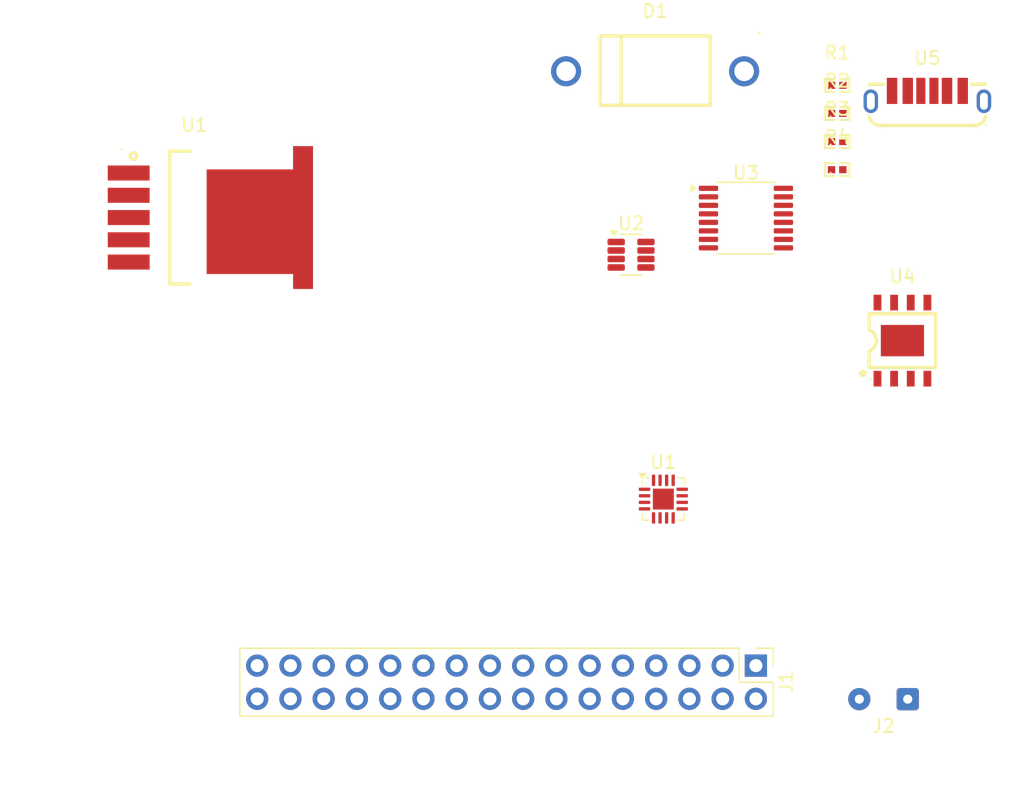
<source format=kicad_pcb>
(kicad_pcb (version 20240108) (generator "pcbnew") (generator_version "8.0")
  (layers (0 "F.Cu" signal) (31 "B.Cu" signal) (34 "B.Paste" user) (35 "F.Paste" user) (36 "B.SilkS" user "B.Silkscreen") (37 "F.SilkS" user "F.Silkscreen") (38 "B.Mask" user) (39 "F.Mask" user) (44 "Edge.Cuts" user))
  (net 0 "")
  (net 6 "9V_ext")
  (net 18 "/I2C1_SCL")
  (net 27 "/I2C1_SDA")
  (net 32 "GND")
  (net 33 "+3.3V")
  (net 34 "Net-(J2-Pin_1)")
  (net 35 "Net-(C1-Pad1)")
  (net 36 "Net-(D2-K)")
  (net 37 "Net-(U1-ILIM)")
  (net 39 "Net-(D1-K)")
  (net 40 "Net-(U1-ISET)")
  (net 41 "Net-(U1-ITERM)")
  (net 43 "/Bat+")
  (net 46 "4.4V")
  (net 47 "Net-(U2-IN-)")
  (net 64 "Net-(U4-PROG)")
  (net 65 "Buck_22")
  (net 66 "Net-(U4-VCC)")
  (net 67 "Net-(D4-K)")
  (net 68 "Net-(U4-STDBY#)")
  (net 69 "Net-(D3-K)")
  (net 70 "Net-(U4-CHRG#)")
  (net 71 "/Charge")
  (footprint "xxcustom_footprint:TO-263-5_L10.2-W8.9-P1.70-TL" (layer "F.Cu") (at 126.492253 83.682499)
    (property "Reference" "U1" (at 0 -7.079985 0) (layer "F.SilkS"))
    (property "Value" "LM2596SX-5_0/NOPB")
    (fp_line (start -1.862941 -5.079985) (end -0.326238 -5.079985) (stroke (width 0.254001)) (layer "F.SilkS"))
    (fp_line (start -1.862941 5.080036) (end -1.862941 -5.079985) (stroke (width 0.254001)) (layer "F.SilkS"))
    (fp_line (start -0.326238 5.080036) (end -1.862941 5.080036) (stroke (width 0.254001)) (layer "F.SilkS"))
    (fp_circle (center -5.542672 -5.20701) (end -5.5127 -5.20701) (stroke (width 0.059995)) (fill none) (layer "F.SilkS"))
    (fp_circle (center -4.644272 -4.699009) (end -4.517272 -4.699009) (stroke (width 0.254001)) (fill none) (layer "F.SilkS"))
    (pad "1" smd rect (at -5.007747 -3.403607) (size 3.2 1.150013) (layers "F.Cu" "F.Paste" "F.Mask"))
    (pad "2" smd rect (at -5.007747 -1.701803) (size 3.2 1.150013) (layers "F.Cu" "F.Paste" "F.Mask"))
    (pad "3" smd rect (at -5.007747 0) (size 3.2 1.150013) (layers "F.Cu" "F.Paste" "F.Mask"))
    (pad "4" smd rect (at -5.007747 1.701803) (size 3.2 1.150013) (layers "F.Cu" "F.Paste" "F.Mask"))
    (pad "5" smd rect (at -5.007747 3.403607) (size 3.2 1.150013) (layers "F.Cu" "F.Paste" "F.Mask"))
    (pad "6" smd custom (at 5.007747 0.317501) (size 0.1 0.1) (layers "F.Cu" "F.Paste" "F.Mask") (options (clearance outline) (anchor circle)) (primitives (gr_poly (pts (xy -4.064008 -4.000508) (xy 2.540005 -4.000508) (xy 2.540005 -5.778512) (xy 4.064008 -5.778512) (xy 4.064008 5.14351) (xy 2.540005 5.14351) (xy 2.540005 4) (xy -4.064008 4)) (width 0) (fill yes))))
  )
  (footprint "Package_DFN_QFN:VQFN-16-1EP_3x3mm_P0.5mm_EP1.6x1.6mm" (layer "F.Cu") (at 162.33 105.205)
    (property "Reference" "U1" (at 0 -2.83 0) (layer "F.SilkS"))
    (property "Value" "BQ24074RGT")
    (fp_line (start -1.61 -1.135) (end -1.61 -1.37) (stroke (width 0.12)) (layer "F.SilkS"))
    (fp_line (start -1.61 1.61) (end -1.61 1.135) (stroke (width 0.12)) (layer "F.SilkS"))
    (fp_line (start -1.135 -1.61) (end -1.31 -1.61) (stroke (width 0.12)) (layer "F.SilkS"))
    (fp_line (start -1.135 1.61) (end -1.61 1.61) (stroke (width 0.12)) (layer "F.SilkS"))
    (fp_line (start 1.135 -1.61) (end 1.61 -1.61) (stroke (width 0.12)) (layer "F.SilkS"))
    (fp_line (start 1.135 1.61) (end 1.61 1.61) (stroke (width 0.12)) (layer "F.SilkS"))
    (fp_line (start 1.61 -1.61) (end 1.61 -1.135) (stroke (width 0.12)) (layer "F.SilkS"))
    (fp_line (start 1.61 1.61) (end 1.61 1.135) (stroke (width 0.12)) (layer "F.SilkS"))
    (fp_poly (pts (xy -1.61 -1.61) (xy -1.85 -1.94) (xy -1.37 -1.94) (xy -1.61 -1.61)) (stroke (width 0.12)) (fill solid) (layer "F.SilkS"))
    (pad "1" smd roundrect (at -1.4375 -0.75) (size 0.875 0.25) (layers "F.Cu" "F.Paste" "F.Mask"))
    (pad "2" smd roundrect (at -1.4375 -0.25) (size 0.875 0.25) (layers "F.Cu" "F.Paste" "F.Mask") (net 43 "/Bat+"))
    (pad "3" smd roundrect (at -1.4375 0.25) (size 0.875 0.25) (layers "F.Cu" "F.Paste" "F.Mask") (net 43 "/Bat+"))
    (pad "4" smd roundrect (at -1.4375 0.75) (size 0.875 0.25) (layers "F.Cu" "F.Paste" "F.Mask") (net 32 "GND"))
    (pad "5" smd roundrect (at -0.75 1.4375) (size 0.25 0.875) (layers "F.Cu" "F.Paste" "F.Mask") (net 46 "4.4V"))
    (pad "6" smd roundrect (at -0.25 1.4375) (size 0.25 0.875) (layers "F.Cu" "F.Paste" "F.Mask") (net 32 "GND"))
    (pad "7" smd roundrect (at 0.25 1.4375) (size 0.25 0.875) (layers "F.Cu" "F.Paste" "F.Mask") (net 39 "Net-(D1-K)"))
    (pad "8" smd roundrect (at 0.75 1.4375) (size 0.25 0.875) (layers "F.Cu" "F.Paste" "F.Mask") (net 32 "GND"))
    (pad "9" smd roundrect (at 1.4375 0.75) (size 0.875 0.25) (layers "F.Cu" "F.Paste" "F.Mask") (net 36 "Net-(D2-K)"))
    (pad "10" smd roundrect (at 1.4375 0.25) (size 0.875 0.25) (layers "F.Cu" "F.Paste" "F.Mask") (net 35 "Net-(C1-Pad1)"))
    (pad "11" smd roundrect (at 1.4375 -0.25) (size 0.875 0.25) (layers "F.Cu" "F.Paste" "F.Mask") (net 35 "Net-(C1-Pad1)"))
    (pad "12" smd roundrect (at 1.4375 -0.75) (size 0.875 0.25) (layers "F.Cu" "F.Paste" "F.Mask") (net 37 "Net-(U1-ILIM)"))
    (pad "13" smd roundrect (at 0.75 -1.4375) (size 0.25 0.875) (layers "F.Cu" "F.Paste" "F.Mask") (net 6 "9V_ext"))
    (pad "14" smd roundrect (at 0.25 -1.4375) (size 0.25 0.875) (layers "F.Cu" "F.Paste" "F.Mask") (net 32 "GND"))
    (pad "15" smd roundrect (at -0.25 -1.4375) (size 0.25 0.875) (layers "F.Cu" "F.Paste" "F.Mask") (net 41 "Net-(U1-ITERM)"))
    (pad "16" smd roundrect (at -0.75 -1.4375) (size 0.25 0.875) (layers "F.Cu" "F.Paste" "F.Mask") (net 40 "Net-(U1-ISET)"))
    (pad "17" smd rect (at 0 0) (size 1.6 1.6) (property pad_prop_heatsink) (layers "F.Cu" "F.Mask") (net 32 "GND"))
  )
  (footprint "xxcustom_footprint:DO-27_BD5.3-L8.4-P12.40-D1.3-RD" (layer "F.Cu") (at 161.699898 72.5)
    (property "Reference" "D1" (at 0 -4.6 0) (layer "F.SilkS"))
    (property "Value" "1N5824_C7503125")
    (fp_line (start -4.199898 -2.700025) (end -4.199898 2.599949) (stroke (width 0.254)) (layer "F.SilkS"))
    (fp_line (start -4.199898 2.599949) (end 4.200152 2.599949) (stroke (width 0.254)) (layer "F.SilkS"))
    (fp_line (start -2.6 -2.6) (end -2.6 2.6) (stroke (width 0.254)) (layer "F.SilkS"))
    (fp_line (start 4.200152 -2.700025) (end -4.199898 -2.700025) (stroke (width 0.254)) (layer "F.SilkS"))
    (fp_line (start 4.200152 2.599949) (end 4.200152 -2.700025) (stroke (width 0.254)) (layer "F.SilkS"))
    (fp_circle (center 7.950216 -2.927102) (end 7.980188 -2.927102) (stroke (width 0.059995)) (fill none) (layer "F.SilkS"))
    (pad "1" thru_hole circle (at -6.800102 0 180) (size 2.3 2.3) (drill 1.500025) (layers "*.Cu" "*.Mask" "In1.Cu" "In2.Cu" "In3.Cu" "In4.Cu" "In5.Cu" "In6.Cu" "In7.Cu" "In8.Cu" "In9.Cu" "In10.Cu" "In11.Cu" "In12.Cu" "In13.Cu" "In14.Cu" "In15.Cu" "In16.Cu" "In17.Cu" "In18.Cu" "In19.Cu" "In20.Cu" "In21.Cu" "In22.Cu" "In23.Cu" "In24.Cu" "In25.Cu" "In26.Cu" "In27.Cu" "In28.Cu" "In29.Cu" "In30.Cu"))
    (pad "2" thru_hole circle (at 6.800102 0 180) (size 2.3 2.3) (drill 1.500025) (layers "*.Cu" "*.Mask" "In1.Cu" "In2.Cu" "In3.Cu" "In4.Cu" "In5.Cu" "In6.Cu" "In7.Cu" "In8.Cu" "In9.Cu" "In10.Cu" "In11.Cu" "In12.Cu" "In13.Cu" "In14.Cu" "In15.Cu" "In16.Cu" "In17.Cu" "In18.Cu" "In19.Cu" "In20.Cu" "In21.Cu" "In22.Cu" "In23.Cu" "In24.Cu" "In25.Cu" "In26.Cu" "In27.Cu" "In28.Cu" "In29.Cu" "In30.Cu"))
  )
  (footprint "xxcustom_footprint:R0402" (layer "F.Cu") (at 175.610279 73.574803)
    (property "Reference" "R1" (at 0 -2.498603 0) (layer "F.SilkS"))
    (property "Value" "2k")
    (fp_line (start -0.944247 -0.498603) (end -0.226213 -0.498603) (stroke (width 0.1524)) (layer "F.SilkS"))
    (fp_line (start -0.944247 0.498603) (end -0.944247 -0.498603) (stroke (width 0.1524)) (layer "F.SilkS"))
    (fp_line (start -0.226213 0.498603) (end -0.944247 0.498603) (stroke (width 0.1524)) (layer "F.SilkS"))
    (fp_line (start 0.226213 0.498603) (end 0.944247 0.498603) (stroke (width 0.1524)) (layer "F.SilkS"))
    (fp_line (start 0.944247 -0.498603) (end 0.226213 -0.498603) (stroke (width 0.1524)) (layer "F.SilkS"))
    (fp_line (start 0.944247 0.498603) (end 0.944247 -0.498603) (stroke (width 0.1524)) (layer "F.SilkS"))
    (fp_circle (center -0.499873 0.249936) (end -0.469901 0.249936) (stroke (width 0.059995)) (fill none) (layer "F.SilkS"))
    (pad "1" smd rect (at -0.432817 0) (size 0.565659 0.540005) (layers "F.Cu" "F.Paste" "F.Mask") (net 32 "GND"))
    (pad "2" smd rect (at 0.432817 0) (size 0.565659 0.540005) (layers "F.Cu" "F.Paste" "F.Mask") (net 64 "Net-(U4-PROG)"))
  )
  (footprint "xxcustom_footprint:R0402" (layer "F.Cu") (at 175.610279 75.724409)
    (property "Reference" "R2" (at 0 -2.498603 0) (layer "F.SilkS"))
    (property "Value" "2k")
    (fp_line (start -0.944247 -0.498603) (end -0.226213 -0.498603) (stroke (width 0.1524)) (layer "F.SilkS"))
    (fp_line (start -0.944247 0.498603) (end -0.944247 -0.498603) (stroke (width 0.1524)) (layer "F.SilkS"))
    (fp_line (start -0.226213 0.498603) (end -0.944247 0.498603) (stroke (width 0.1524)) (layer "F.SilkS"))
    (fp_line (start 0.226213 0.498603) (end 0.944247 0.498603) (stroke (width 0.1524)) (layer "F.SilkS"))
    (fp_line (start 0.944247 -0.498603) (end 0.226213 -0.498603) (stroke (width 0.1524)) (layer "F.SilkS"))
    (fp_line (start 0.944247 0.498603) (end 0.944247 -0.498603) (stroke (width 0.1524)) (layer "F.SilkS"))
    (fp_circle (center -0.499873 0.249936) (end -0.469901 0.249936) (stroke (width 0.059995)) (fill none) (layer "F.SilkS"))
    (pad "1" smd rect (at -0.432817 0) (size 0.565659 0.540005) (layers "F.Cu" "F.Paste" "F.Mask") (net 65 "Buck_22"))
    (pad "2" smd rect (at 0.432817 0) (size 0.565659 0.540005) (layers "F.Cu" "F.Paste" "F.Mask") (net 66 "Net-(U4-VCC)"))
  )
  (footprint "xxcustom_footprint:USB-TYPE-C-SMD_TYPE-C-6P-LTH6.5" (layer "F.Cu") (at 182.499873 74.396266)
    (property "Reference" "U5" (at 0.000013 -2.903759 0) (layer "F.SilkS"))
    (property "Value" "TYPE-C_6P_LTH6_5")
    (fp_line (start -4.449987 -0.903759) (end -3.33114 -0.903759) (stroke (width 0.254)) (layer "F.SilkS"))
    (fp_line (start -3.61966 2.24605) (end 3.620371 2.24605) (stroke (width 0.254)) (layer "F.SilkS"))
    (fp_line (start 3.33114 -0.903759) (end 4.450013 -0.903759) (stroke (width 0.254)) (layer "F.SilkS"))
    (fp_arc (start -3.61966 2.24605) (mid -4.181061 2.034177) (end -4.462636 1.504293) (stroke (width 0.254)) (layer "F.SilkS"))
    (fp_arc (start 4.463348 1.504267) (mid 4.18178 2.034168) (end 3.620371 2.246051) (stroke (width 0.254)) (layer "F.SilkS"))
    (fp_circle (center 4.470053 2.24605) (end 4.500051 2.24605) (stroke (width 0.059995)) (fill none) (layer "F.SilkS"))
    (pad "1" thru_hole oval (at -4.320041 0.396241) (size 1.1 1.8) (drill oval 0.6 1.3) (layers "*.Cu" "*.Mask" "In1.Cu" "In2.Cu" "In3.Cu" "In4.Cu" "In5.Cu" "In6.Cu" "In7.Cu" "In8.Cu" "In9.Cu" "In10.Cu" "In11.Cu" "In12.Cu" "In13.Cu" "In14.Cu" "In15.Cu" "In16.Cu" "In17.Cu" "In18.Cu" "In19.Cu" "In20.Cu" "In21.Cu" "In22.Cu" "In23.Cu" "In24.Cu" "In25.Cu" "In26.Cu" "In27.Cu" "In28.Cu" "In29.Cu" "In30.Cu"))
    (pad "1" thru_hole oval (at 4.320041 0.396241) (size 1.1 1.8) (drill oval 0.6 1.3) (layers "*.Cu" "*.Mask" "In1.Cu" "In2.Cu" "In3.Cu" "In4.Cu" "In5.Cu" "In6.Cu" "In7.Cu" "In8.Cu" "In9.Cu" "In10.Cu" "In11.Cu" "In12.Cu" "In13.Cu" "In14.Cu" "In15.Cu" "In16.Cu" "In17.Cu" "In18.Cu" "In19.Cu" "In20.Cu" "In21.Cu" "In22.Cu" "In23.Cu" "In24.Cu" "In25.Cu" "In26.Cu" "In27.Cu" "In28.Cu" "In29.Cu" "In30.Cu"))
    (pad "A5" smd rect (at -0.499873 -0.396266) (size 0.7 2) (layers "F.Cu" "F.Paste" "F.Mask"))
    (pad "A9" smd rect (at 1.5 -0.396266) (size 0.8 2) (layers "F.Cu" "F.Paste" "F.Mask"))
    (pad "A12" smd rect (at 2.7 -0.396266) (size 0.8 2) (layers "F.Cu" "F.Paste" "F.Mask"))
    (pad "B5" smd rect (at 0.500127 -0.396266) (size 0.7 2) (layers "F.Cu" "F.Paste" "F.Mask"))
    (pad "B9" smd rect (at -1.5 -0.396266) (size 0.8 2) (layers "F.Cu" "F.Paste" "F.Mask"))
    (pad "B12" smd rect (at -2.7 -0.396266) (size 0.8 2) (layers "F.Cu" "F.Paste" "F.Mask"))
  )
  (footprint "xxcustom_footprint:R0402" (layer "F.Cu") (at 175.610279 77.874015)
    (property "Reference" "R3" (at 0 -2.498603 0) (layer "F.SilkS"))
    (property "Value" "1k")
    (fp_line (start -0.944247 -0.498603) (end -0.226213 -0.498603) (stroke (width 0.1524)) (layer "F.SilkS"))
    (fp_line (start -0.944247 0.498603) (end -0.944247 -0.498603) (stroke (width 0.1524)) (layer "F.SilkS"))
    (fp_line (start -0.226213 0.498603) (end -0.944247 0.498603) (stroke (width 0.1524)) (layer "F.SilkS"))
    (fp_line (start 0.226213 0.498603) (end 0.944247 0.498603) (stroke (width 0.1524)) (layer "F.SilkS"))
    (fp_line (start 0.944247 -0.498603) (end 0.226213 -0.498603) (stroke (width 0.1524)) (layer "F.SilkS"))
    (fp_line (start 0.944247 0.498603) (end 0.944247 -0.498603) (stroke (width 0.1524)) (layer "F.SilkS"))
    (fp_circle (center -0.499873 0.249936) (end -0.469901 0.249936) (stroke (width 0.059995)) (fill none) (layer "F.SilkS"))
    (pad "1" smd rect (at -0.432817 0) (size 0.565659 0.540005) (layers "F.Cu" "F.Paste" "F.Mask") (net 68 "Net-(U4-STDBY#)"))
    (pad "2" smd rect (at 0.432817 0) (size 0.565659 0.540005) (layers "F.Cu" "F.Paste" "F.Mask") (net 67 "Net-(D4-K)"))
  )
  (footprint "Connector_PinHeader_2.54mm:PinHeader_2x16_P2.54mm_Vertical" (layer "F.Cu") (at 169.4 117.935 -90)
    (property "Reference" "J1" (at 1.27 -2.33 -90) (layer "F.SilkS"))
    (property "Value" "Conn_02x16_Odd_Even")
    (fp_line (start -1.33 39.43) (end 3.87 39.43) (stroke (width 0.12)) (layer "F.SilkS"))
    (fp_line (start -1.33 1.27) (end -1.33 39.43) (stroke (width 0.12)) (layer "F.SilkS"))
    (fp_line (start -1.33 1.27) (end 1.27 1.27) (stroke (width 0.12)) (layer "F.SilkS"))
    (fp_line (start 1.27 1.27) (end 1.27 -1.33) (stroke (width 0.12)) (layer "F.SilkS"))
    (fp_line (start -1.33 0) (end -1.33 -1.33) (stroke (width 0.12)) (layer "F.SilkS"))
    (fp_line (start -1.33 -1.33) (end 0 -1.33) (stroke (width 0.12)) (layer "F.SilkS"))
    (fp_line (start 1.27 -1.33) (end 3.87 -1.33) (stroke (width 0.12)) (layer "F.SilkS"))
    (fp_line (start 3.87 -1.33) (end 3.87 39.43) (stroke (width 0.12)) (layer "F.SilkS"))
    (pad "1" thru_hole rect (at 0 0 270) (size 1.7 1.7) (drill 1) (layers "*.Cu" "*.Mask" "In1.Cu" "In2.Cu" "In3.Cu" "In4.Cu" "In5.Cu" "In6.Cu" "In7.Cu" "In8.Cu" "In9.Cu" "In10.Cu" "In11.Cu" "In12.Cu" "In13.Cu" "In14.Cu" "In15.Cu" "In16.Cu" "In17.Cu" "In18.Cu" "In19.Cu" "In20.Cu" "In21.Cu" "In22.Cu" "In23.Cu" "In24.Cu" "In25.Cu" "In26.Cu" "In27.Cu" "In28.Cu" "In29.Cu" "In30.Cu"))
    (pad "2" thru_hole oval (at 2.54 0 270) (size 1.7 1.7) (drill 1) (layers "*.Cu" "*.Mask" "In1.Cu" "In2.Cu" "In3.Cu" "In4.Cu" "In5.Cu" "In6.Cu" "In7.Cu" "In8.Cu" "In9.Cu" "In10.Cu" "In11.Cu" "In12.Cu" "In13.Cu" "In14.Cu" "In15.Cu" "In16.Cu" "In17.Cu" "In18.Cu" "In19.Cu" "In20.Cu" "In21.Cu" "In22.Cu" "In23.Cu" "In24.Cu" "In25.Cu" "In26.Cu" "In27.Cu" "In28.Cu" "In29.Cu" "In30.Cu"))
    (pad "3" thru_hole oval (at 0 2.54 270) (size 1.7 1.7) (drill 1) (layers "*.Cu" "*.Mask" "In1.Cu" "In2.Cu" "In3.Cu" "In4.Cu" "In5.Cu" "In6.Cu" "In7.Cu" "In8.Cu" "In9.Cu" "In10.Cu" "In11.Cu" "In12.Cu" "In13.Cu" "In14.Cu" "In15.Cu" "In16.Cu" "In17.Cu" "In18.Cu" "In19.Cu" "In20.Cu" "In21.Cu" "In22.Cu" "In23.Cu" "In24.Cu" "In25.Cu" "In26.Cu" "In27.Cu" "In28.Cu" "In29.Cu" "In30.Cu"))
    (pad "4" thru_hole oval (at 2.54 2.54 270) (size 1.7 1.7) (drill 1) (layers "*.Cu" "*.Mask" "In1.Cu" "In2.Cu" "In3.Cu" "In4.Cu" "In5.Cu" "In6.Cu" "In7.Cu" "In8.Cu" "In9.Cu" "In10.Cu" "In11.Cu" "In12.Cu" "In13.Cu" "In14.Cu" "In15.Cu" "In16.Cu" "In17.Cu" "In18.Cu" "In19.Cu" "In20.Cu" "In21.Cu" "In22.Cu" "In23.Cu" "In24.Cu" "In25.Cu" "In26.Cu" "In27.Cu" "In28.Cu" "In29.Cu" "In30.Cu"))
    (pad "5" thru_hole oval (at 0 5.08 270) (size 1.7 1.7) (drill 1) (layers "*.Cu" "*.Mask" "In1.Cu" "In2.Cu" "In3.Cu" "In4.Cu" "In5.Cu" "In6.Cu" "In7.Cu" "In8.Cu" "In9.Cu" "In10.Cu" "In11.Cu" "In12.Cu" "In13.Cu" "In14.Cu" "In15.Cu" "In16.Cu" "In17.Cu" "In18.Cu" "In19.Cu" "In20.Cu" "In21.Cu" "In22.Cu" "In23.Cu" "In24.Cu" "In25.Cu" "In26.Cu" "In27.Cu" "In28.Cu" "In29.Cu" "In30.Cu"))
    (pad "6" thru_hole oval (at 2.54 5.08 270) (size 1.7 1.7) (drill 1) (layers "*.Cu" "*.Mask" "In1.Cu" "In2.Cu" "In3.Cu" "In4.Cu" "In5.Cu" "In6.Cu" "In7.Cu" "In8.Cu" "In9.Cu" "In10.Cu" "In11.Cu" "In12.Cu" "In13.Cu" "In14.Cu" "In15.Cu" "In16.Cu" "In17.Cu" "In18.Cu" "In19.Cu" "In20.Cu" "In21.Cu" "In22.Cu" "In23.Cu" "In24.Cu" "In25.Cu" "In26.Cu" "In27.Cu" "In28.Cu" "In29.Cu" "In30.Cu"))
    (pad "7" thru_hole oval (at 0 7.62 270) (size 1.7 1.7) (drill 1) (layers "*.Cu" "*.Mask" "In1.Cu" "In2.Cu" "In3.Cu" "In4.Cu" "In5.Cu" "In6.Cu" "In7.Cu" "In8.Cu" "In9.Cu" "In10.Cu" "In11.Cu" "In12.Cu" "In13.Cu" "In14.Cu" "In15.Cu" "In16.Cu" "In17.Cu" "In18.Cu" "In19.Cu" "In20.Cu" "In21.Cu" "In22.Cu" "In23.Cu" "In24.Cu" "In25.Cu" "In26.Cu" "In27.Cu" "In28.Cu" "In29.Cu" "In30.Cu"))
    (pad "8" thru_hole oval (at 2.54 7.62 270) (size 1.7 1.7) (drill 1) (layers "*.Cu" "*.Mask" "In1.Cu" "In2.Cu" "In3.Cu" "In4.Cu" "In5.Cu" "In6.Cu" "In7.Cu" "In8.Cu" "In9.Cu" "In10.Cu" "In11.Cu" "In12.Cu" "In13.Cu" "In14.Cu" "In15.Cu" "In16.Cu" "In17.Cu" "In18.Cu" "In19.Cu" "In20.Cu" "In21.Cu" "In22.Cu" "In23.Cu" "In24.Cu" "In25.Cu" "In26.Cu" "In27.Cu" "In28.Cu" "In29.Cu" "In30.Cu"))
    (pad "9" thru_hole oval (at 0 10.16 270) (size 1.7 1.7) (drill 1) (layers "*.Cu" "*.Mask" "In1.Cu" "In2.Cu" "In3.Cu" "In4.Cu" "In5.Cu" "In6.Cu" "In7.Cu" "In8.Cu" "In9.Cu" "In10.Cu" "In11.Cu" "In12.Cu" "In13.Cu" "In14.Cu" "In15.Cu" "In16.Cu" "In17.Cu" "In18.Cu" "In19.Cu" "In20.Cu" "In21.Cu" "In22.Cu" "In23.Cu" "In24.Cu" "In25.Cu" "In26.Cu" "In27.Cu" "In28.Cu" "In29.Cu" "In30.Cu"))
    (pad "10" thru_hole oval (at 2.54 10.16 270) (size 1.7 1.7) (drill 1) (layers "*.Cu" "*.Mask" "In1.Cu" "In2.Cu" "In3.Cu" "In4.Cu" "In5.Cu" "In6.Cu" "In7.Cu" "In8.Cu" "In9.Cu" "In10.Cu" "In11.Cu" "In12.Cu" "In13.Cu" "In14.Cu" "In15.Cu" "In16.Cu" "In17.Cu" "In18.Cu" "In19.Cu" "In20.Cu" "In21.Cu" "In22.Cu" "In23.Cu" "In24.Cu" "In25.Cu" "In26.Cu" "In27.Cu" "In28.Cu" "In29.Cu" "In30.Cu"))
    (pad "11" thru_hole oval (at 0 12.7 270) (size 1.7 1.7) (drill 1) (layers "*.Cu" "*.Mask" "In1.Cu" "In2.Cu" "In3.Cu" "In4.Cu" "In5.Cu" "In6.Cu" "In7.Cu" "In8.Cu" "In9.Cu" "In10.Cu" "In11.Cu" "In12.Cu" "In13.Cu" "In14.Cu" "In15.Cu" "In16.Cu" "In17.Cu" "In18.Cu" "In19.Cu" "In20.Cu" "In21.Cu" "In22.Cu" "In23.Cu" "In24.Cu" "In25.Cu" "In26.Cu" "In27.Cu" "In28.Cu" "In29.Cu" "In30.Cu"))
    (pad "12" thru_hole oval (at 2.54 12.7 270) (size 1.7 1.7) (drill 1) (layers "*.Cu" "*.Mask" "In1.Cu" "In2.Cu" "In3.Cu" "In4.Cu" "In5.Cu" "In6.Cu" "In7.Cu" "In8.Cu" "In9.Cu" "In10.Cu" "In11.Cu" "In12.Cu" "In13.Cu" "In14.Cu" "In15.Cu" "In16.Cu" "In17.Cu" "In18.Cu" "In19.Cu" "In20.Cu" "In21.Cu" "In22.Cu" "In23.Cu" "In24.Cu" "In25.Cu" "In26.Cu" "In27.Cu" "In28.Cu" "In29.Cu" "In30.Cu"))
    (pad "13" thru_hole oval (at 0 15.24 270) (size 1.7 1.7) (drill 1) (layers "*.Cu" "*.Mask" "In1.Cu" "In2.Cu" "In3.Cu" "In4.Cu" "In5.Cu" "In6.Cu" "In7.Cu" "In8.Cu" "In9.Cu" "In10.Cu" "In11.Cu" "In12.Cu" "In13.Cu" "In14.Cu" "In15.Cu" "In16.Cu" "In17.Cu" "In18.Cu" "In19.Cu" "In20.Cu" "In21.Cu" "In22.Cu" "In23.Cu" "In24.Cu" "In25.Cu" "In26.Cu" "In27.Cu" "In28.Cu" "In29.Cu" "In30.Cu"))
    (pad "14" thru_hole oval (at 2.54 15.24 270) (size 1.7 1.7) (drill 1) (layers "*.Cu" "*.Mask" "In1.Cu" "In2.Cu" "In3.Cu" "In4.Cu" "In5.Cu" "In6.Cu" "In7.Cu" "In8.Cu" "In9.Cu" "In10.Cu" "In11.Cu" "In12.Cu" "In13.Cu" "In14.Cu" "In15.Cu" "In16.Cu" "In17.Cu" "In18.Cu" "In19.Cu" "In20.Cu" "In21.Cu" "In22.Cu" "In23.Cu" "In24.Cu" "In25.Cu" "In26.Cu" "In27.Cu" "In28.Cu" "In29.Cu" "In30.Cu"))
    (pad "15" thru_hole oval (at 0 17.78 270) (size 1.7 1.7) (drill 1) (layers "*.Cu" "*.Mask" "In1.Cu" "In2.Cu" "In3.Cu" "In4.Cu" "In5.Cu" "In6.Cu" "In7.Cu" "In8.Cu" "In9.Cu" "In10.Cu" "In11.Cu" "In12.Cu" "In13.Cu" "In14.Cu" "In15.Cu" "In16.Cu" "In17.Cu" "In18.Cu" "In19.Cu" "In20.Cu" "In21.Cu" "In22.Cu" "In23.Cu" "In24.Cu" "In25.Cu" "In26.Cu" "In27.Cu" "In28.Cu" "In29.Cu" "In30.Cu"))
    (pad "16" thru_hole oval (at 2.54 17.78 270) (size 1.7 1.7) (drill 1) (layers "*.Cu" "*.Mask" "In1.Cu" "In2.Cu" "In3.Cu" "In4.Cu" "In5.Cu" "In6.Cu" "In7.Cu" "In8.Cu" "In9.Cu" "In10.Cu" "In11.Cu" "In12.Cu" "In13.Cu" "In14.Cu" "In15.Cu" "In16.Cu" "In17.Cu" "In18.Cu" "In19.Cu" "In20.Cu" "In21.Cu" "In22.Cu" "In23.Cu" "In24.Cu" "In25.Cu" "In26.Cu" "In27.Cu" "In28.Cu" "In29.Cu" "In30.Cu") (net 18 "/I2C1_SCL"))
    (pad "17" thru_hole oval (at 0 20.32 270) (size 1.7 1.7) (drill 1) (layers "*.Cu" "*.Mask" "In1.Cu" "In2.Cu" "In3.Cu" "In4.Cu" "In5.Cu" "In6.Cu" "In7.Cu" "In8.Cu" "In9.Cu" "In10.Cu" "In11.Cu" "In12.Cu" "In13.Cu" "In14.Cu" "In15.Cu" "In16.Cu" "In17.Cu" "In18.Cu" "In19.Cu" "In20.Cu" "In21.Cu" "In22.Cu" "In23.Cu" "In24.Cu" "In25.Cu" "In26.Cu" "In27.Cu" "In28.Cu" "In29.Cu" "In30.Cu") (net 27 "/I2C1_SDA"))
    (pad "18" thru_hole oval (at 2.54 20.32 270) (size 1.7 1.7) (drill 1) (layers "*.Cu" "*.Mask" "In1.Cu" "In2.Cu" "In3.Cu" "In4.Cu" "In5.Cu" "In6.Cu" "In7.Cu" "In8.Cu" "In9.Cu" "In10.Cu" "In11.Cu" "In12.Cu" "In13.Cu" "In14.Cu" "In15.Cu" "In16.Cu" "In17.Cu" "In18.Cu" "In19.Cu" "In20.Cu" "In21.Cu" "In22.Cu" "In23.Cu" "In24.Cu" "In25.Cu" "In26.Cu" "In27.Cu" "In28.Cu" "In29.Cu" "In30.Cu"))
    (pad "19" thru_hole oval (at 0 22.86 270) (size 1.7 1.7) (drill 1) (layers "*.Cu" "*.Mask" "In1.Cu" "In2.Cu" "In3.Cu" "In4.Cu" "In5.Cu" "In6.Cu" "In7.Cu" "In8.Cu" "In9.Cu" "In10.Cu" "In11.Cu" "In12.Cu" "In13.Cu" "In14.Cu" "In15.Cu" "In16.Cu" "In17.Cu" "In18.Cu" "In19.Cu" "In20.Cu" "In21.Cu" "In22.Cu" "In23.Cu" "In24.Cu" "In25.Cu" "In26.Cu" "In27.Cu" "In28.Cu" "In29.Cu" "In30.Cu"))
    (pad "20" thru_hole oval (at 2.54 22.86 270) (size 1.7 1.7) (drill 1) (layers "*.Cu" "*.Mask" "In1.Cu" "In2.Cu" "In3.Cu" "In4.Cu" "In5.Cu" "In6.Cu" "In7.Cu" "In8.Cu" "In9.Cu" "In10.Cu" "In11.Cu" "In12.Cu" "In13.Cu" "In14.Cu" "In15.Cu" "In16.Cu" "In17.Cu" "In18.Cu" "In19.Cu" "In20.Cu" "In21.Cu" "In22.Cu" "In23.Cu" "In24.Cu" "In25.Cu" "In26.Cu" "In27.Cu" "In28.Cu" "In29.Cu" "In30.Cu"))
    (pad "21" thru_hole oval (at 0 25.4 270) (size 1.7 1.7) (drill 1) (layers "*.Cu" "*.Mask" "In1.Cu" "In2.Cu" "In3.Cu" "In4.Cu" "In5.Cu" "In6.Cu" "In7.Cu" "In8.Cu" "In9.Cu" "In10.Cu" "In11.Cu" "In12.Cu" "In13.Cu" "In14.Cu" "In15.Cu" "In16.Cu" "In17.Cu" "In18.Cu" "In19.Cu" "In20.Cu" "In21.Cu" "In22.Cu" "In23.Cu" "In24.Cu" "In25.Cu" "In26.Cu" "In27.Cu" "In28.Cu" "In29.Cu" "In30.Cu"))
    (pad "22" thru_hole oval (at 2.54 25.4 270) (size 1.7 1.7) (drill 1) (layers "*.Cu" "*.Mask" "In1.Cu" "In2.Cu" "In3.Cu" "In4.Cu" "In5.Cu" "In6.Cu" "In7.Cu" "In8.Cu" "In9.Cu" "In10.Cu" "In11.Cu" "In12.Cu" "In13.Cu" "In14.Cu" "In15.Cu" "In16.Cu" "In17.Cu" "In18.Cu" "In19.Cu" "In20.Cu" "In21.Cu" "In22.Cu" "In23.Cu" "In24.Cu" "In25.Cu" "In26.Cu" "In27.Cu" "In28.Cu" "In29.Cu" "In30.Cu") (net 6 "9V_ext"))
    (pad "23" thru_hole oval (at 0 27.94 270) (size 1.7 1.7) (drill 1) (layers "*.Cu" "*.Mask" "In1.Cu" "In2.Cu" "In3.Cu" "In4.Cu" "In5.Cu" "In6.Cu" "In7.Cu" "In8.Cu" "In9.Cu" "In10.Cu" "In11.Cu" "In12.Cu" "In13.Cu" "In14.Cu" "In15.Cu" "In16.Cu" "In17.Cu" "In18.Cu" "In19.Cu" "In20.Cu" "In21.Cu" "In22.Cu" "In23.Cu" "In24.Cu" "In25.Cu" "In26.Cu" "In27.Cu" "In28.Cu" "In29.Cu" "In30.Cu"))
    (pad "24" thru_hole oval (at 2.54 27.94 270) (size 1.7 1.7) (drill 1) (layers "*.Cu" "*.Mask" "In1.Cu" "In2.Cu" "In3.Cu" "In4.Cu" "In5.Cu" "In6.Cu" "In7.Cu" "In8.Cu" "In9.Cu" "In10.Cu" "In11.Cu" "In12.Cu" "In13.Cu" "In14.Cu" "In15.Cu" "In16.Cu" "In17.Cu" "In18.Cu" "In19.Cu" "In20.Cu" "In21.Cu" "In22.Cu" "In23.Cu" "In24.Cu" "In25.Cu" "In26.Cu" "In27.Cu" "In28.Cu" "In29.Cu" "In30.Cu"))
    (pad "25" thru_hole oval (at 0 30.48 270) (size 1.7 1.7) (drill 1) (layers "*.Cu" "*.Mask" "In1.Cu" "In2.Cu" "In3.Cu" "In4.Cu" "In5.Cu" "In6.Cu" "In7.Cu" "In8.Cu" "In9.Cu" "In10.Cu" "In11.Cu" "In12.Cu" "In13.Cu" "In14.Cu" "In15.Cu" "In16.Cu" "In17.Cu" "In18.Cu" "In19.Cu" "In20.Cu" "In21.Cu" "In22.Cu" "In23.Cu" "In24.Cu" "In25.Cu" "In26.Cu" "In27.Cu" "In28.Cu" "In29.Cu" "In30.Cu"))
    (pad "26" thru_hole oval (at 2.54 30.48 270) (size 1.7 1.7) (drill 1) (layers "*.Cu" "*.Mask" "In1.Cu" "In2.Cu" "In3.Cu" "In4.Cu" "In5.Cu" "In6.Cu" "In7.Cu" "In8.Cu" "In9.Cu" "In10.Cu" "In11.Cu" "In12.Cu" "In13.Cu" "In14.Cu" "In15.Cu" "In16.Cu" "In17.Cu" "In18.Cu" "In19.Cu" "In20.Cu" "In21.Cu" "In22.Cu" "In23.Cu" "In24.Cu" "In25.Cu" "In26.Cu" "In27.Cu" "In28.Cu" "In29.Cu" "In30.Cu"))
    (pad "27" thru_hole oval (at 0 33.02 270) (size 1.7 1.7) (drill 1) (layers "*.Cu" "*.Mask" "In1.Cu" "In2.Cu" "In3.Cu" "In4.Cu" "In5.Cu" "In6.Cu" "In7.Cu" "In8.Cu" "In9.Cu" "In10.Cu" "In11.Cu" "In12.Cu" "In13.Cu" "In14.Cu" "In15.Cu" "In16.Cu" "In17.Cu" "In18.Cu" "In19.Cu" "In20.Cu" "In21.Cu" "In22.Cu" "In23.Cu" "In24.Cu" "In25.Cu" "In26.Cu" "In27.Cu" "In28.Cu" "In29.Cu" "In30.Cu"))
    (pad "28" thru_hole oval (at 2.54 33.02 270) (size 1.7 1.7) (drill 1) (layers "*.Cu" "*.Mask" "In1.Cu" "In2.Cu" "In3.Cu" "In4.Cu" "In5.Cu" "In6.Cu" "In7.Cu" "In8.Cu" "In9.Cu" "In10.Cu" "In11.Cu" "In12.Cu" "In13.Cu" "In14.Cu" "In15.Cu" "In16.Cu" "In17.Cu" "In18.Cu" "In19.Cu" "In20.Cu" "In21.Cu" "In22.Cu" "In23.Cu" "In24.Cu" "In25.Cu" "In26.Cu" "In27.Cu" "In28.Cu" "In29.Cu" "In30.Cu"))
    (pad "29" thru_hole oval (at 0 35.56 270) (size 1.7 1.7) (drill 1) (layers "*.Cu" "*.Mask" "In1.Cu" "In2.Cu" "In3.Cu" "In4.Cu" "In5.Cu" "In6.Cu" "In7.Cu" "In8.Cu" "In9.Cu" "In10.Cu" "In11.Cu" "In12.Cu" "In13.Cu" "In14.Cu" "In15.Cu" "In16.Cu" "In17.Cu" "In18.Cu" "In19.Cu" "In20.Cu" "In21.Cu" "In22.Cu" "In23.Cu" "In24.Cu" "In25.Cu" "In26.Cu" "In27.Cu" "In28.Cu" "In29.Cu" "In30.Cu"))
    (pad "30" thru_hole oval (at 2.54 35.56 270) (size 1.7 1.7) (drill 1) (layers "*.Cu" "*.Mask" "In1.Cu" "In2.Cu" "In3.Cu" "In4.Cu" "In5.Cu" "In6.Cu" "In7.Cu" "In8.Cu" "In9.Cu" "In10.Cu" "In11.Cu" "In12.Cu" "In13.Cu" "In14.Cu" "In15.Cu" "In16.Cu" "In17.Cu" "In18.Cu" "In19.Cu" "In20.Cu" "In21.Cu" "In22.Cu" "In23.Cu" "In24.Cu" "In25.Cu" "In26.Cu" "In27.Cu" "In28.Cu" "In29.Cu" "In30.Cu"))
    (pad "31" thru_hole oval (at 0 38.1 270) (size 1.7 1.7) (drill 1) (layers "*.Cu" "*.Mask" "In1.Cu" "In2.Cu" "In3.Cu" "In4.Cu" "In5.Cu" "In6.Cu" "In7.Cu" "In8.Cu" "In9.Cu" "In10.Cu" "In11.Cu" "In12.Cu" "In13.Cu" "In14.Cu" "In15.Cu" "In16.Cu" "In17.Cu" "In18.Cu" "In19.Cu" "In20.Cu" "In21.Cu" "In22.Cu" "In23.Cu" "In24.Cu" "In25.Cu" "In26.Cu" "In27.Cu" "In28.Cu" "In29.Cu" "In30.Cu"))
    (pad "32" thru_hole oval (at 2.54 38.1 270) (size 1.7 1.7) (drill 1) (layers "*.Cu" "*.Mask" "In1.Cu" "In2.Cu" "In3.Cu" "In4.Cu" "In5.Cu" "In6.Cu" "In7.Cu" "In8.Cu" "In9.Cu" "In10.Cu" "In11.Cu" "In12.Cu" "In13.Cu" "In14.Cu" "In15.Cu" "In16.Cu" "In17.Cu" "In18.Cu" "In19.Cu" "In20.Cu" "In21.Cu" "In22.Cu" "In23.Cu" "In24.Cu" "In25.Cu" "In26.Cu" "In27.Cu" "In28.Cu" "In29.Cu" "In30.Cu"))
  )
  (footprint "Package_TO_SOT_SMD:SOT-23-8" (layer "F.Cu") (at 159.8625 86.525)
    (property "Reference" "U2" (at 0 -2.4 0) (layer "F.SilkS"))
    (property "Value" "INA219AxDCN")
    (fp_line (start 0 -1.56) (end -0.8 -1.56) (stroke (width 0.12)) (layer "F.SilkS"))
    (fp_line (start 0 -1.56) (end 0.8 -1.56) (stroke (width 0.12)) (layer "F.SilkS"))
    (fp_line (start 0 1.56) (end -0.8 1.56) (stroke (width 0.12)) (layer "F.SilkS"))
    (fp_line (start 0 1.56) (end 0.8 1.56) (stroke (width 0.12)) (layer "F.SilkS"))
    (fp_poly (pts (xy -1.3 -1.485) (xy -1.54 -1.815) (xy -1.06 -1.815) (xy -1.3 -1.485)) (stroke (width 0.12)) (fill solid) (layer "F.SilkS"))
    (pad "1" smd roundrect (at -1.1375 -0.975) (size 1.325 0.5) (layers "F.Cu" "F.Paste" "F.Mask") (net 43 "/Bat+"))
    (pad "2" smd roundrect (at -1.1375 -0.325) (size 1.325 0.5) (layers "F.Cu" "F.Paste" "F.Mask") (net 47 "Net-(U2-IN-)"))
    (pad "3" smd roundrect (at -1.1375 0.325) (size 1.325 0.5) (layers "F.Cu" "F.Paste" "F.Mask") (net 32 "GND"))
    (pad "4" smd roundrect (at -1.1375 0.975) (size 1.325 0.5) (layers "F.Cu" "F.Paste" "F.Mask") (net 33 "+3.3V"))
    (pad "5" smd roundrect (at 1.1375 0.975) (size 1.325 0.5) (layers "F.Cu" "F.Paste" "F.Mask") (net 18 "/I2C1_SCL"))
    (pad "6" smd roundrect (at 1.1375 0.325) (size 1.325 0.5) (layers "F.Cu" "F.Paste" "F.Mask") (net 27 "/I2C1_SDA"))
    (pad "7" smd roundrect (at 1.1375 -0.325) (size 1.325 0.5) (layers "F.Cu" "F.Paste" "F.Mask"))
    (pad "8" smd roundrect (at 1.1375 -0.975) (size 1.325 0.5) (layers "F.Cu" "F.Paste" "F.Mask"))
  )
  (footprint "xxcustom_footprint:ESOP-8_L4.9-W3.9-P1.27-LS6.0-BL-EP" (layer "F.Cu") (at 180.594996 93.091694)
    (property "Reference" "U4" (at 0 -4.908306 0) (layer "F.SilkS"))
    (property "Value" "TP4056_C382139")
    (fp_line (start -2.549911 -2.050038) (end 2.550165 -2.050038) (stroke (width 0.254)) (layer "F.SilkS"))
    (fp_line (start -2.549911 -0.800102) (end -2.549911 -2.050038) (stroke (width 0.254)) (layer "F.SilkS"))
    (fp_line (start -2.549911 0.800102) (end -2.549911 2.050038) (stroke (width 0.254)) (layer "F.SilkS"))
    (fp_line (start 2.549911 -2.050038) (end 2.549911 2.050038) (stroke (width 0.254)) (layer "F.SilkS"))
    (fp_line (start 2.549911 2.050038) (end -2.550165 2.050038) (stroke (width 0.254)) (layer "F.SilkS"))
    (fp_arc (start -2.499873 -0.800102) (mid -1.991417 0) (end -2.499873 0.800102) (stroke (width 0.254)) (layer "F.SilkS"))
    (fp_circle (center -3.029972 2.500127) (end -2.859792 2.500127) (stroke (width 0.254)) (fill none) (layer "F.SilkS"))
    (fp_circle (center -2.454153 2.949962) (end -2.424181 2.949962) (stroke (width 0.059995)) (fill none) (layer "F.SilkS"))
    (pad "1" smd rect (at -1.905004 2.908306) (size 0.6 1.2) (layers "F.Cu" "F.Paste" "F.Mask") (net 32 "GND"))
    (pad "2" smd rect (at -0.635001 2.908306) (size 0.6 1.2) (layers "F.Cu" "F.Paste" "F.Mask") (net 64 "Net-(U4-PROG)"))
    (pad "3" smd rect (at 0.635001 2.908306) (size 0.6 1.2) (layers "F.Cu" "F.Paste" "F.Mask") (net 32 "GND"))
    (pad "4" smd rect (at 1.905004 2.908306) (size 0.6 1.2) (layers "F.Cu" "F.Paste" "F.Mask") (net 66 "Net-(U4-VCC)"))
    (pad "5" smd rect (at 1.905004 -2.908306) (size 0.6 1.2) (layers "F.Cu" "F.Paste" "F.Mask") (net 71 "/Charge"))
    (pad "6" smd rect (at 0.635001 -2.908306) (size 0.6 1.2) (layers "F.Cu" "F.Paste" "F.Mask") (net 68 "Net-(U4-STDBY#)"))
    (pad "7" smd rect (at -0.635001 -2.908306) (size 0.6 1.2) (layers "F.Cu" "F.Paste" "F.Mask") (net 70 "Net-(U4-CHRG#)"))
    (pad "8" smd rect (at -1.905004 -2.908306) (size 0.6 1.2) (layers "F.Cu" "F.Paste" "F.Mask") (net 65 "Buck_22"))
    (pad "9" smd rect (at 0 0 180) (size 3.3 2.4) (layers "F.Cu" "F.Paste" "F.Mask"))
  )
  (footprint "Connector_Wire:SolderWire-0.127sqmm_1x02_P3.7mm_D0.48mm_OD1mm" (layer "F.Cu") (at 181 120.5 180)
    (property "Reference" "J2" (at 1.85 -2.05 0) (layer "F.SilkS"))
    (property "Value" "Battery input")
    (pad "1" thru_hole roundrect (at 0 0 180) (size 1.7 1.7) (drill 0.7) (layers "*.Cu" "*.Mask" "In1.Cu" "In2.Cu" "In3.Cu" "In4.Cu" "In5.Cu" "In6.Cu" "In7.Cu" "In8.Cu" "In9.Cu" "In10.Cu" "In11.Cu" "In12.Cu" "In13.Cu" "In14.Cu" "In15.Cu" "In16.Cu" "In17.Cu" "In18.Cu" "In19.Cu" "In20.Cu" "In21.Cu" "In22.Cu" "In23.Cu" "In24.Cu" "In25.Cu" "In26.Cu" "In27.Cu" "In28.Cu" "In29.Cu" "In30.Cu") (roundrect_rratio 0.147059) (net 34 "Net-(J2-Pin_1)"))
    (pad "2" thru_hole circle (at 3.7 0 180) (size 1.7 1.7) (drill 0.7) (layers "*.Cu" "*.Mask" "In1.Cu" "In2.Cu" "In3.Cu" "In4.Cu" "In5.Cu" "In6.Cu" "In7.Cu" "In8.Cu" "In9.Cu" "In10.Cu" "In11.Cu" "In12.Cu" "In13.Cu" "In14.Cu" "In15.Cu" "In16.Cu" "In17.Cu" "In18.Cu" "In19.Cu" "In20.Cu" "In21.Cu" "In22.Cu" "In23.Cu" "In24.Cu" "In25.Cu" "In26.Cu" "In27.Cu" "In28.Cu" "In29.Cu" "In30.Cu") (net 32 "GND"))
  )
  (footprint "xxcustom_footprint:R0402" (layer "F.Cu") (at 175.610279 80.023621)
    (property "Reference" "R4" (at 0 -2.498603 0) (layer "F.SilkS"))
    (property "Value" "1k")
    (fp_line (start -0.944247 -0.498603) (end -0.226213 -0.498603) (stroke (width 0.1524)) (layer "F.SilkS"))
    (fp_line (start -0.944247 0.498603) (end -0.944247 -0.498603) (stroke (width 0.1524)) (layer "F.SilkS"))
    (fp_line (start -0.226213 0.498603) (end -0.944247 0.498603) (stroke (width 0.1524)) (layer "F.SilkS"))
    (fp_line (start 0.226213 0.498603) (end 0.944247 0.498603) (stroke (width 0.1524)) (layer "F.SilkS"))
    (fp_line (start 0.944247 -0.498603) (end 0.226213 -0.498603) (stroke (width 0.1524)) (layer "F.SilkS"))
    (fp_line (start 0.944247 0.498603) (end 0.944247 -0.498603) (stroke (width 0.1524)) (layer "F.SilkS"))
    (fp_circle (center -0.499873 0.249936) (end -0.469901 0.249936) (stroke (width 0.059995)) (fill none) (layer "F.SilkS"))
    (pad "1" smd rect (at -0.432817 0) (size 0.565659 0.540005) (layers "F.Cu" "F.Paste" "F.Mask") (net 69 "Net-(D3-K)"))
    (pad "2" smd rect (at 0.432817 0) (size 0.565659 0.540005) (layers "F.Cu" "F.Paste" "F.Mask") (net 70 "Net-(U4-CHRG#)"))
  )
  (footprint "Package_SO:TSSOP-16_4.4x5mm_P0.65mm" (layer "F.Cu") (at 168.6375 83.725)
    (property "Reference" "U3" (at 0 -3.45 0) (layer "F.SilkS"))
    (property "Value" "IP2721")
    (fp_line (start 0 -2.735) (end -2.2 -2.735) (stroke (width 0.12)) (layer "F.SilkS"))
    (fp_line (start 0 -2.735) (end 2.2 -2.735) (stroke (width 0.12)) (layer "F.SilkS"))
    (fp_line (start 0 2.735) (end -2.2 2.735) (stroke (width 0.12)) (layer "F.SilkS"))
    (fp_line (start 0 2.735) (end 2.2 2.735) (stroke (width 0.12)) (layer "F.SilkS"))
    (fp_poly (pts (xy -3.86 -2.275) (xy -4.19 -2.515) (xy -4.19 -2.035) (xy -3.86 -2.275)) (stroke (width 0.12)) (fill solid) (layer "F.SilkS"))
    (pad "1" smd roundrect (at -2.8625 -2.275) (size 1.475 0.4) (layers "F.Cu" "F.Paste" "F.Mask"))
    (pad "2" smd roundrect (at -2.8625 -1.625) (size 1.475 0.4) (layers "F.Cu" "F.Paste" "F.Mask"))
    (pad "3" smd roundrect (at -2.8625 -0.975) (size 1.475 0.4) (layers "F.Cu" "F.Paste" "F.Mask"))
    (pad "4" smd roundrect (at -2.8625 -0.325) (size 1.475 0.4) (layers "F.Cu" "F.Paste" "F.Mask"))
    (pad "5" smd roundrect (at -2.8625 0.325) (size 1.475 0.4) (layers "F.Cu" "F.Paste" "F.Mask"))
    (pad "6" smd roundrect (at -2.8625 0.975) (size 1.475 0.4) (layers "F.Cu" "F.Paste" "F.Mask"))
    (pad "7" smd roundrect (at -2.8625 1.625) (size 1.475 0.4) (layers "F.Cu" "F.Paste" "F.Mask"))
    (pad "8" smd roundrect (at -2.8625 2.275) (size 1.475 0.4) (layers "F.Cu" "F.Paste" "F.Mask"))
    (pad "9" smd roundrect (at 2.8625 2.275) (size 1.475 0.4) (layers "F.Cu" "F.Paste" "F.Mask"))
    (pad "10" smd roundrect (at 2.8625 1.625) (size 1.475 0.4) (layers "F.Cu" "F.Paste" "F.Mask"))
    (pad "11" smd roundrect (at 2.8625 0.975) (size 1.475 0.4) (layers "F.Cu" "F.Paste" "F.Mask"))
    (pad "12" smd roundrect (at 2.8625 0.325) (size 1.475 0.4) (layers "F.Cu" "F.Paste" "F.Mask"))
    (pad "13" smd roundrect (at 2.8625 -0.325) (size 1.475 0.4) (layers "F.Cu" "F.Paste" "F.Mask"))
    (pad "14" smd roundrect (at 2.8625 -0.975) (size 1.475 0.4) (layers "F.Cu" "F.Paste" "F.Mask"))
    (pad "15" smd roundrect (at 2.8625 -1.625) (size 1.475 0.4) (layers "F.Cu" "F.Paste" "F.Mask"))
    (pad "16" smd roundrect (at 2.8625 -2.275) (size 1.475 0.4) (layers "F.Cu" "F.Paste" "F.Mask"))
  )
)
</source>
